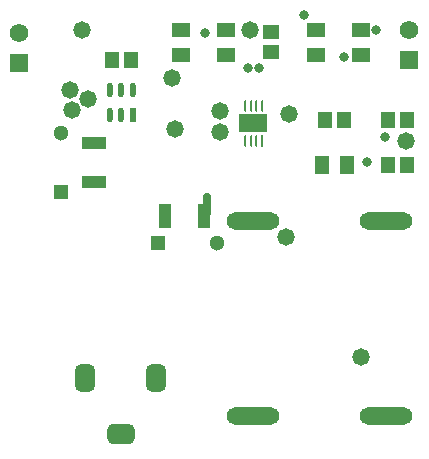
<source format=gbs>
G04*
G04 #@! TF.GenerationSoftware,Altium Limited,Altium Designer,22.3.1 (43)*
G04*
G04 Layer_Color=16711935*
%FSLAX25Y25*%
%MOIN*%
G70*
G04*
G04 #@! TF.SameCoordinates,8E878BB6-4DE7-4028-B4E9-A3CA9BB4B007*
G04*
G04*
G04 #@! TF.FilePolarity,Negative*
G04*
G01*
G75*
%ADD18R,0.04331X0.08071*%
%ADD19C,0.03300*%
%ADD20R,0.06181X0.06181*%
%ADD21C,0.06181*%
%ADD22C,0.05118*%
%ADD23R,0.05118X0.05118*%
G04:AMPARAMS|DCode=24|XSize=90.68mil|YSize=67.06mil|CornerRadius=18.76mil|HoleSize=0mil|Usage=FLASHONLY|Rotation=180.000|XOffset=0mil|YOffset=0mil|HoleType=Round|Shape=RoundedRectangle|*
%AMROUNDEDRECTD24*
21,1,0.09068,0.02953,0,0,180.0*
21,1,0.05315,0.06706,0,0,180.0*
1,1,0.03753,-0.02657,0.01476*
1,1,0.03753,0.02657,0.01476*
1,1,0.03753,0.02657,-0.01476*
1,1,0.03753,-0.02657,-0.01476*
%
%ADD24ROUNDEDRECTD24*%
G04:AMPARAMS|DCode=25|XSize=90.68mil|YSize=67.06mil|CornerRadius=18.76mil|HoleSize=0mil|Usage=FLASHONLY|Rotation=90.000|XOffset=0mil|YOffset=0mil|HoleType=Round|Shape=RoundedRectangle|*
%AMROUNDEDRECTD25*
21,1,0.09068,0.02953,0,0,90.0*
21,1,0.05315,0.06706,0,0,90.0*
1,1,0.03753,0.01476,0.02657*
1,1,0.03753,0.01476,-0.02657*
1,1,0.03753,-0.01476,-0.02657*
1,1,0.03753,-0.01476,0.02657*
%
%ADD25ROUNDEDRECTD25*%
%ADD26R,0.05118X0.05118*%
%ADD27C,0.05800*%
%ADD31C,0.02500*%
G04:AMPARAMS|DCode=36|XSize=175.2mil|YSize=59.84mil|CornerRadius=29.92mil|HoleSize=0mil|Usage=FLASHONLY|Rotation=0.000|XOffset=0mil|YOffset=0mil|HoleType=Round|Shape=RoundedRectangle|*
%AMROUNDEDRECTD36*
21,1,0.17520,0.00000,0,0,0.0*
21,1,0.11536,0.05984,0,0,0.0*
1,1,0.05984,0.05768,0.00000*
1,1,0.05984,-0.05768,0.00000*
1,1,0.05984,-0.05768,0.00000*
1,1,0.05984,0.05768,0.00000*
%
%ADD36ROUNDEDRECTD36*%
%ADD37R,0.08071X0.04331*%
%ADD38R,0.09764X0.06496*%
%ADD39R,0.00955X0.03862*%
G04:AMPARAMS|DCode=40|XSize=38.62mil|YSize=9.55mil|CornerRadius=4.77mil|HoleSize=0mil|Usage=FLASHONLY|Rotation=90.000|XOffset=0mil|YOffset=0mil|HoleType=Round|Shape=RoundedRectangle|*
%AMROUNDEDRECTD40*
21,1,0.03862,0.00000,0,0,90.0*
21,1,0.02908,0.00955,0,0,90.0*
1,1,0.00955,0.00000,0.01454*
1,1,0.00955,0.00000,-0.01454*
1,1,0.00955,0.00000,-0.01454*
1,1,0.00955,0.00000,0.01454*
%
%ADD40ROUNDEDRECTD40*%
G04:AMPARAMS|DCode=41|XSize=47.45mil|YSize=20.86mil|CornerRadius=10.43mil|HoleSize=0mil|Usage=FLASHONLY|Rotation=90.000|XOffset=0mil|YOffset=0mil|HoleType=Round|Shape=RoundedRectangle|*
%AMROUNDEDRECTD41*
21,1,0.04745,0.00000,0,0,90.0*
21,1,0.02659,0.02086,0,0,90.0*
1,1,0.02086,0.00000,0.01330*
1,1,0.02086,0.00000,-0.01330*
1,1,0.02086,0.00000,-0.01330*
1,1,0.02086,0.00000,0.01330*
%
%ADD41ROUNDEDRECTD41*%
%ADD42R,0.02086X0.04745*%
%ADD43R,0.05938X0.04750*%
%ADD44R,0.04940X0.05733*%
%ADD45R,0.05733X0.04940*%
%ADD46R,0.04750X0.05938*%
D18*
X59504Y78000D02*
D03*
X72496D02*
D03*
D19*
X119131Y130945D02*
D03*
X132831Y104380D02*
D03*
X106000Y145000D02*
D03*
X90902Y127353D02*
D03*
X127000Y96000D02*
D03*
X130000Y140000D02*
D03*
X73000Y139000D02*
D03*
X87098Y127467D02*
D03*
D20*
X141000Y130000D02*
D03*
X11000Y129000D02*
D03*
D21*
X141000Y140000D02*
D03*
X11000Y139000D02*
D03*
D22*
X25000Y105843D02*
D03*
X76843Y69000D02*
D03*
D23*
X25000Y86157D02*
D03*
D24*
X44780Y5496D02*
D03*
D25*
X32969Y24000D02*
D03*
X56591D02*
D03*
D26*
X57157Y69000D02*
D03*
D27*
X32000Y140000D02*
D03*
X140000Y103000D02*
D03*
X88000Y140000D02*
D03*
X101000Y112000D02*
D03*
X78000Y106000D02*
D03*
X27979Y119919D02*
D03*
X34000Y117000D02*
D03*
X28500Y113501D02*
D03*
X100000Y71000D02*
D03*
X62000Y124000D02*
D03*
X63000Y107000D02*
D03*
X78000Y113000D02*
D03*
X125000Y31000D02*
D03*
D31*
X73411Y78915D02*
Y84411D01*
D36*
X88756Y11500D02*
D03*
Y76500D02*
D03*
X133244Y11500D02*
D03*
Y76500D02*
D03*
D37*
X36000Y102496D02*
D03*
Y89504D02*
D03*
D38*
X89000Y109000D02*
D03*
D39*
X91953Y103230D02*
D03*
D40*
X89984D02*
D03*
X88016D02*
D03*
X86047D02*
D03*
Y114770D02*
D03*
X88016D02*
D03*
X89984D02*
D03*
X91953D02*
D03*
D41*
X48740Y120136D02*
D03*
X45000D02*
D03*
X41260D02*
D03*
Y111864D02*
D03*
X45000D02*
D03*
D42*
X48740D02*
D03*
D43*
X65000Y131863D02*
D03*
Y140137D02*
D03*
X80000D02*
D03*
Y131863D02*
D03*
X110000Y140137D02*
D03*
Y131863D02*
D03*
X125000D02*
D03*
Y140137D02*
D03*
D44*
X119251Y110000D02*
D03*
X112749D02*
D03*
X41749Y130000D02*
D03*
X48251D02*
D03*
X133749Y95000D02*
D03*
X140251D02*
D03*
X133749Y110000D02*
D03*
X140251D02*
D03*
D45*
X95000Y132749D02*
D03*
Y139251D02*
D03*
D46*
X111863Y95000D02*
D03*
X120137D02*
D03*
M02*

</source>
